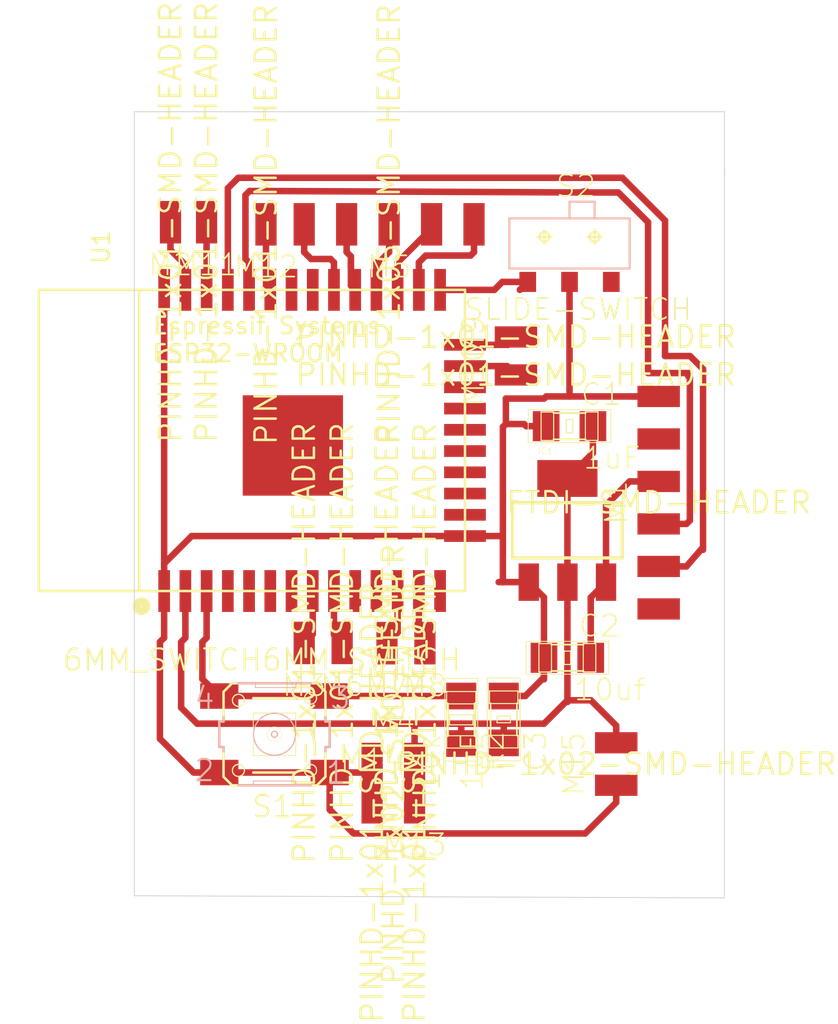
<source format=kicad_pcb>
(kicad_pcb (version 20171130) (host pcbnew "(5.1.5-0-10_14)")

  (general
    (thickness 1.6)
    (drawings 31)
    (tracks 175)
    (zones 0)
    (modules 23)
    (nets 44)
  )

  (page A4)
  (layers
    (0 F.Cu signal)
    (31 B.Cu signal)
    (32 B.Adhes user)
    (33 F.Adhes user)
    (34 B.Paste user)
    (35 F.Paste user)
    (36 B.SilkS user)
    (37 F.SilkS user)
    (38 B.Mask user)
    (39 F.Mask user)
    (40 Dwgs.User user)
    (41 Cmts.User user)
    (42 Eco1.User user)
    (43 Eco2.User user)
    (44 Edge.Cuts user)
    (45 Margin user)
    (46 B.CrtYd user)
    (47 F.CrtYd user)
    (48 B.Fab user)
    (49 F.Fab user)
  )

  (setup
    (last_trace_width 0.39)
    (trace_clearance 0.4)
    (zone_clearance 0.508)
    (zone_45_only no)
    (trace_min 0.2)
    (via_size 0.8)
    (via_drill 0.4)
    (via_min_size 0.4)
    (via_min_drill 0.3)
    (uvia_size 0.3)
    (uvia_drill 0.1)
    (uvias_allowed no)
    (uvia_min_size 0.2)
    (uvia_min_drill 0.1)
    (edge_width 0.05)
    (segment_width 0.2)
    (pcb_text_width 0.3)
    (pcb_text_size 1.5 1.5)
    (mod_edge_width 0.12)
    (mod_text_size 1 1)
    (mod_text_width 0.15)
    (pad_size 1.2192 2.2352)
    (pad_drill 0)
    (pad_to_mask_clearance 0.051)
    (solder_mask_min_width 0.25)
    (aux_axis_origin 0 0)
    (visible_elements FFFFFF7F)
    (pcbplotparams
      (layerselection 0x010fc_ffffffff)
      (usegerberextensions false)
      (usegerberattributes false)
      (usegerberadvancedattributes false)
      (creategerberjobfile false)
      (excludeedgelayer true)
      (linewidth 0.100000)
      (plotframeref false)
      (viasonmask false)
      (mode 1)
      (useauxorigin false)
      (hpglpennumber 1)
      (hpglpenspeed 20)
      (hpglpendiameter 15.000000)
      (psnegative false)
      (psa4output false)
      (plotreference true)
      (plotvalue true)
      (plotinvisibletext false)
      (padsonsilk false)
      (subtractmaskfromsilk false)
      (outputformat 1)
      (mirror false)
      (drillshape 1)
      (scaleselection 1)
      (outputdirectory ""))
  )

  (net 0 "")
  (net 1 GND)
  (net 2 "Net-(C1-Pad2)")
  (net 3 "Net-(M1-Pad2)")
  (net 4 Tx)
  (net 5 Rx)
  (net 6 "Net-(M1-Pad6)")
  (net 7 BUSY)
  (net 8 RST)
  (net 9 MOSI)
  (net 10 SS)
  (net 11 CLK)
  (net 12 MISO)
  (net 13 "Net-(R2-Pad1)")
  (net 14 "Net-(S2-Pad1)")
  (net 15 "Net-(S2-Pad3)")
  (net 16 "Net-(U1-Pad39)")
  (net 17 "Net-(U1-Pad4)")
  (net 18 "Net-(U1-Pad5)")
  (net 19 "Net-(U1-Pad6)")
  (net 20 "Net-(U1-Pad7)")
  (net 21 "Net-(U1-Pad10)")
  (net 22 "Net-(U1-Pad11)")
  (net 23 "Net-(U1-Pad17)")
  (net 24 "Net-(U1-Pad18)")
  (net 25 "Net-(U1-Pad19)")
  (net 26 "Net-(U1-Pad20)")
  (net 27 "Net-(U1-Pad21)")
  (net 28 "Net-(U1-Pad22)")
  (net 29 "Net-(U1-Pad31)")
  (net 30 "Net-(U1-Pad32)")
  (net 31 "Net-(U1-Pad14)")
  (net 32 "Net-(U1-Pad16)")
  (net 33 "Net-(M3-Pad1)")
  (net 34 "Net-(M6-Pad1)")
  (net 35 "Net-(M7-Pad1)")
  (net 36 "Net-(M8-Pad1)")
  (net 37 "Net-(M9-Pad1)")
  (net 38 "Net-(M10-Pad1)")
  (net 39 "Net-(M11-Pad1)")
  (net 40 "Net-(M12-Pad1)")
  (net 41 "Net-(M13-Pad1)")
  (net 42 "Net-(M14-Pad1)")
  (net 43 VCC)

  (net_class Default "This is the default net class."
    (clearance 0.4)
    (trace_width 0.39)
    (via_dia 0.8)
    (via_drill 0.4)
    (uvia_dia 0.3)
    (uvia_drill 0.1)
    (add_net BUSY)
    (add_net CLK)
    (add_net GND)
    (add_net MISO)
    (add_net MOSI)
    (add_net "Net-(C1-Pad2)")
    (add_net "Net-(M1-Pad2)")
    (add_net "Net-(M1-Pad6)")
    (add_net "Net-(M10-Pad1)")
    (add_net "Net-(M11-Pad1)")
    (add_net "Net-(M12-Pad1)")
    (add_net "Net-(M13-Pad1)")
    (add_net "Net-(M14-Pad1)")
    (add_net "Net-(M3-Pad1)")
    (add_net "Net-(M6-Pad1)")
    (add_net "Net-(M7-Pad1)")
    (add_net "Net-(M8-Pad1)")
    (add_net "Net-(M9-Pad1)")
    (add_net "Net-(R2-Pad1)")
    (add_net "Net-(S2-Pad1)")
    (add_net "Net-(S2-Pad3)")
    (add_net "Net-(U1-Pad10)")
    (add_net "Net-(U1-Pad11)")
    (add_net "Net-(U1-Pad14)")
    (add_net "Net-(U1-Pad16)")
    (add_net "Net-(U1-Pad17)")
    (add_net "Net-(U1-Pad18)")
    (add_net "Net-(U1-Pad19)")
    (add_net "Net-(U1-Pad20)")
    (add_net "Net-(U1-Pad21)")
    (add_net "Net-(U1-Pad22)")
    (add_net "Net-(U1-Pad31)")
    (add_net "Net-(U1-Pad32)")
    (add_net "Net-(U1-Pad39)")
    (add_net "Net-(U1-Pad4)")
    (add_net "Net-(U1-Pad5)")
    (add_net "Net-(U1-Pad6)")
    (add_net "Net-(U1-Pad7)")
    (add_net RST)
    (add_net Rx)
    (add_net SS)
    (add_net Tx)
    (add_net VCC)
  )

  (module fab:fab-1X02SMD (layer F.Cu) (tedit 5E6F6664) (tstamp 5EF9C54C)
    (at 171.958 21.971)
    (path /5EFAA82A)
    (attr smd)
    (fp_text reference M15 (at -2.54 0 90) (layer F.SilkS)
      (effects (font (size 1.27 1.27) (thickness 0.1016)))
    )
    (fp_text value PINHD-1x02-SMD-HEADER (at 0 0) (layer F.SilkS)
      (effects (font (size 1.27 1.27) (thickness 0.15)))
    )
    (pad 2 smd rect (at 0 1.27) (size 2.54 1.27) (layers F.Cu F.Paste F.Mask)
      (net 1 GND))
    (pad 1 smd rect (at 0 -1.27) (size 2.54 1.27) (layers F.Cu F.Paste F.Mask)
      (net 2 "Net-(C1-Pad2)"))
  )

  (module fab:fab-1X01SMD (layer F.Cu) (tedit 5E6F664C) (tstamp 5EECCED3)
    (at 157.353 24.257 270)
    (path /5EEF84E5)
    (attr smd)
    (fp_text reference M14 (at -2.54 0) (layer F.SilkS)
      (effects (font (size 1.27 1.27) (thickness 0.1016)))
    )
    (fp_text value PINHD-1x01-SMD-HEADER (at 0 0 90) (layer F.SilkS)
      (effects (font (size 1.27 1.27) (thickness 0.15)))
    )
    (pad 1 smd rect (at 0 0 270) (size 2.54 1.27) (layers F.Cu F.Paste F.Mask)
      (net 42 "Net-(M14-Pad1)"))
  )

  (module fab:fab-1X01SMD (layer F.Cu) (tedit 5E6F664C) (tstamp 5EECCECE)
    (at 159.893 24.257 90)
    (path /5EEF6FC7)
    (attr smd)
    (fp_text reference M13 (at -2.54 0) (layer F.SilkS)
      (effects (font (size 1.27 1.27) (thickness 0.1016)))
    )
    (fp_text value PINHD-1x01-SMD-HEADER (at 0 0 90) (layer F.SilkS)
      (effects (font (size 1.27 1.27) (thickness 0.15)))
    )
    (pad 1 smd rect (at 0 0 90) (size 2.54 1.27) (layers F.Cu F.Paste F.Mask)
      (net 41 "Net-(M13-Pad1)"))
  )

  (module fab:fab-1X01SMD (layer F.Cu) (tedit 5E6F664C) (tstamp 5EECC98D)
    (at 151.003 -10.287 90)
    (path /5EEEF429)
    (attr smd)
    (fp_text reference M12 (at -2.54 0) (layer F.SilkS)
      (effects (font (size 1.27 1.27) (thickness 0.1016)))
    )
    (fp_text value PINHD-1x01-SMD-HEADER (at 0 0 90) (layer F.SilkS)
      (effects (font (size 1.27 1.27) (thickness 0.15)))
    )
    (pad 1 smd rect (at 0 0 90) (size 2.54 1.27) (layers F.Cu F.Paste F.Mask)
      (net 40 "Net-(M12-Pad1)"))
  )

  (module fab:fab-1X01SMD (layer F.Cu) (tedit 5E6F664C) (tstamp 5EECC988)
    (at 147.447 -10.414 90)
    (path /5EEEDA08)
    (attr smd)
    (fp_text reference M11 (at -2.54 0) (layer F.SilkS)
      (effects (font (size 1.27 1.27) (thickness 0.1016)))
    )
    (fp_text value PINHD-1x01-SMD-HEADER (at 0 0 90) (layer F.SilkS)
      (effects (font (size 1.27 1.27) (thickness 0.15)))
    )
    (pad 1 smd rect (at 0 0 90) (size 2.54 1.27) (layers F.Cu F.Paste F.Mask)
      (net 39 "Net-(M11-Pad1)"))
  )

  (module fab:fab-AYZ0102AGRLC (layer F.Cu) (tedit 200000) (tstamp 5EBA8501)
    (at 169.164 -9.144)
    (path /5EBCC7EB)
    (attr smd)
    (fp_text reference S2 (at 0.381 -3.429) (layer F.SilkS)
      (effects (font (size 1.27 1.27) (thickness 0.1016)))
    )
    (fp_text value SLIDE-SWITCH (at 0.508 3.937) (layer F.SilkS)
      (effects (font (size 1.27 1.27) (thickness 0.1016)))
    )
    (fp_line (start -3.59918 1.4986) (end 3.59918 1.4986) (layer B.SilkS) (width 0.127))
    (fp_line (start 3.59918 1.4986) (end 3.59918 -1.4986) (layer B.SilkS) (width 0.127))
    (fp_line (start 3.59918 -1.4986) (end 1.4986 -1.4986) (layer B.SilkS) (width 0.127))
    (fp_line (start 1.4986 -1.4986) (end -1.4986 -1.4986) (layer B.SilkS) (width 0.127))
    (fp_line (start -1.4986 -1.4986) (end -3.59918 -1.4986) (layer B.SilkS) (width 0.127))
    (fp_line (start -3.59918 -1.4986) (end -3.59918 1.4986) (layer B.SilkS) (width 0.127))
    (fp_line (start 0 -1.59766) (end 0 -2.49936) (layer B.SilkS) (width 0.127))
    (fp_line (start 0 -2.49936) (end 1.4986 -2.49936) (layer B.SilkS) (width 0.127))
    (fp_line (start 1.4986 -2.49936) (end 1.4986 -1.4986) (layer B.SilkS) (width 0.127))
    (fp_circle (center -1.4986 -0.39878) (end -1.70942 -0.6096) (layer F.SilkS) (width 0.127))
    (fp_line (start -1.92278 -0.39878) (end -1.07442 -0.39878) (layer F.SilkS) (width 0.127))
    (fp_line (start -1.4986 0.02286) (end -1.4986 -0.82296) (layer F.SilkS) (width 0.127))
    (fp_circle (center 1.4986 -0.39878) (end 1.70942 -0.6096) (layer F.SilkS) (width 0.127))
    (fp_line (start 1.07442 -0.39878) (end 1.92278 -0.39878) (layer F.SilkS) (width 0.127))
    (fp_line (start 1.4986 0.02286) (end 1.4986 -0.82296) (layer F.SilkS) (width 0.127))
    (pad 1 smd rect (at 2.49936 2.2987) (size 0.99822 1.19888) (layers F.Cu F.Paste F.Mask)
      (net 14 "Net-(S2-Pad1)"))
    (pad 2 smd rect (at 0 2.2987) (size 0.99822 1.19888) (layers F.Cu F.Paste F.Mask)
      (net 1 GND))
    (pad 3 smd rect (at -2.49936 2.2987) (size 0.99822 1.19888) (layers F.Cu F.Paste F.Mask)
      (net 15 "Net-(S2-Pad3)"))
  )

  (module fab:fab-1X01SMD (layer F.Cu) (tedit 5E6F664C) (tstamp 5EECBA38)
    (at 165.957 -1.286)
    (path /5EED2707)
    (attr smd)
    (fp_text reference M10 (at -2.54 0 90) (layer F.SilkS)
      (effects (font (size 1.27 1.27) (thickness 0.1016)))
    )
    (fp_text value PINHD-1x01-SMD-HEADER (at 0 0) (layer F.SilkS)
      (effects (font (size 1.27 1.27) (thickness 0.15)))
    )
    (pad 1 smd rect (at 0 0) (size 2.54 1.27) (layers F.Cu F.Paste F.Mask)
      (net 38 "Net-(M10-Pad1)"))
  )

  (module fab:fab-1X01SMD (layer F.Cu) (tedit 5E6F664C) (tstamp 5EECBA33)
    (at 165.957 -3.556)
    (path /5EED1BAF)
    (attr smd)
    (fp_text reference M9 (at -2.54 0 90) (layer F.SilkS)
      (effects (font (size 1.27 1.27) (thickness 0.1016)))
    )
    (fp_text value PINHD-1x01-SMD-HEADER (at 0 0) (layer F.SilkS)
      (effects (font (size 1.27 1.27) (thickness 0.15)))
    )
    (pad 1 smd rect (at 0 0) (size 2.54 1.27) (layers F.Cu F.Paste F.Mask)
      (net 37 "Net-(M9-Pad1)"))
  )

  (module fab:fab-1X01SMD (layer F.Cu) (tedit 5E6F664C) (tstamp 5EECBA2E)
    (at 160.512 14.748 90)
    (path /5EED02AE)
    (attr smd)
    (fp_text reference M8 (at -2.54 0) (layer F.SilkS)
      (effects (font (size 1.27 1.27) (thickness 0.1016)))
    )
    (fp_text value PINHD-1x01-SMD-HEADER (at 0 0 90) (layer F.SilkS)
      (effects (font (size 1.27 1.27) (thickness 0.15)))
    )
    (pad 1 smd rect (at 0 0 90) (size 2.54 1.27) (layers F.Cu F.Paste F.Mask)
      (net 36 "Net-(M8-Pad1)"))
  )

  (module fab:fab-1X01SMD (layer F.Cu) (tedit 5E6F664C) (tstamp 5EECBA29)
    (at 158.242 14.748 90)
    (path /5EECF749)
    (attr smd)
    (fp_text reference M7 (at -2.54 0) (layer F.SilkS)
      (effects (font (size 1.27 1.27) (thickness 0.1016)))
    )
    (fp_text value PINHD-1x01-SMD-HEADER (at 0 0 90) (layer F.SilkS)
      (effects (font (size 1.27 1.27) (thickness 0.15)))
    )
    (pad 1 smd rect (at 0 0 90) (size 2.54 1.27) (layers F.Cu F.Paste F.Mask)
      (net 35 "Net-(M7-Pad1)"))
  )

  (module fab:fab-1X01SMD (layer F.Cu) (tedit 5E6F664C) (tstamp 5EECBA24)
    (at 155.559 14.732 90)
    (path /5EECE853)
    (attr smd)
    (fp_text reference M6 (at -2.54 0) (layer F.SilkS)
      (effects (font (size 1.27 1.27) (thickness 0.1016)))
    )
    (fp_text value PINHD-1x01-SMD-HEADER (at 0 0 90) (layer F.SilkS)
      (effects (font (size 1.27 1.27) (thickness 0.15)))
    )
    (pad 1 smd rect (at 0 0 90) (size 2.54 1.27) (layers F.Cu F.Paste F.Mask)
      (net 34 "Net-(M6-Pad1)"))
  )

  (module fab:fab-1X01SMD (layer F.Cu) (tedit 5E6F664C) (tstamp 5EECBA05)
    (at 153.289 14.732 90)
    (path /5EECBAAF)
    (attr smd)
    (fp_text reference M3 (at -2.54 0) (layer F.SilkS)
      (effects (font (size 1.27 1.27) (thickness 0.1016)))
    )
    (fp_text value PINHD-1x01-SMD-HEADER (at 0 0 90) (layer F.SilkS)
      (effects (font (size 1.27 1.27) (thickness 0.15)))
    )
    (pad 1 smd rect (at 0 0 90) (size 2.54 1.27) (layers F.Cu F.Paste F.Mask)
      (net 33 "Net-(M3-Pad1)"))
  )

  (module fab:fab-C1206 (layer F.Cu) (tedit 200000) (tstamp 5EBA83F7)
    (at 169.03446 15.621)
    (descr CAPACITOR)
    (tags CAPACITOR)
    (path /5EBA4935)
    (attr smd)
    (fp_text reference C2 (at 1.905 -1.905) (layer F.SilkS)
      (effects (font (size 1.27 1.27) (thickness 0.1016)))
    )
    (fp_text value 10uf (at 2.54 1.905) (layer F.SilkS)
      (effects (font (size 1.27 1.27) (thickness 0.1016)))
    )
    (fp_line (start -1.7018 0.8509) (end -0.94996 0.8509) (layer F.SilkS) (width 0.06604))
    (fp_line (start -0.94996 0.8509) (end -0.94996 -0.84836) (layer F.SilkS) (width 0.06604))
    (fp_line (start -1.7018 -0.84836) (end -0.94996 -0.84836) (layer F.SilkS) (width 0.06604))
    (fp_line (start -1.7018 0.8509) (end -1.7018 -0.84836) (layer F.SilkS) (width 0.06604))
    (fp_line (start 0.94996 0.84836) (end 1.7018 0.84836) (layer F.SilkS) (width 0.06604))
    (fp_line (start 1.7018 0.84836) (end 1.7018 -0.8509) (layer F.SilkS) (width 0.06604))
    (fp_line (start 0.94996 -0.8509) (end 1.7018 -0.8509) (layer F.SilkS) (width 0.06604))
    (fp_line (start 0.94996 0.84836) (end 0.94996 -0.8509) (layer F.SilkS) (width 0.06604))
    (fp_line (start -0.19812 0.39878) (end 0.19812 0.39878) (layer F.SilkS) (width 0.06604))
    (fp_line (start 0.19812 0.39878) (end 0.19812 -0.39878) (layer F.SilkS) (width 0.06604))
    (fp_line (start -0.19812 -0.39878) (end 0.19812 -0.39878) (layer F.SilkS) (width 0.06604))
    (fp_line (start -0.19812 0.39878) (end -0.19812 -0.39878) (layer F.SilkS) (width 0.06604))
    (fp_line (start -2.47142 -0.98298) (end 2.47142 -0.98298) (layer F.SilkS) (width 0.0508))
    (fp_line (start 2.47142 0.98298) (end -2.47142 0.98298) (layer F.SilkS) (width 0.0508))
    (fp_line (start -2.47142 0.98298) (end -2.47142 -0.98298) (layer F.SilkS) (width 0.0508))
    (fp_line (start 2.47142 -0.98298) (end 2.47142 0.98298) (layer F.SilkS) (width 0.0508))
    (fp_line (start -0.96266 -0.78486) (end 0.96266 -0.78486) (layer F.SilkS) (width 0.1016))
    (fp_line (start -0.96266 0.78486) (end 0.96266 0.78486) (layer F.SilkS) (width 0.1016))
    (pad 1 smd rect (at -1.39954 0) (size 1.59766 1.79832) (layers F.Cu F.Paste F.Mask)
      (net 1 GND))
    (pad 2 smd rect (at 1.39954 0) (size 1.59766 1.79832) (layers F.Cu F.Paste F.Mask)
      (net 43 VCC))
  )

  (module fab:fab-6MM_SWITCH (layer F.Cu) (tedit 200000) (tstamp 5EBA84EB)
    (at 151.511 20.193 180)
    (descr "OMRON SWITCH")
    (tags "OMRON SWITCH")
    (path /5EC1865A)
    (attr smd)
    (fp_text reference S1 (at 0.127 -4.318) (layer F.SilkS)
      (effects (font (size 1.27 1.27) (thickness 0.127)))
    )
    (fp_text value 6MM_SWITCH6MM_SWITCH (at 0.762 4.445) (layer F.SilkS)
      (effects (font (size 1.27 1.27) (thickness 0.127)))
    )
    (fp_line (start 3.302 0.762) (end 3.048 0.762) (layer B.SilkS) (width 0.1524))
    (fp_line (start 3.302 0.762) (end 3.302 -0.762) (layer B.SilkS) (width 0.1524))
    (fp_line (start 3.048 -0.762) (end 3.302 -0.762) (layer B.SilkS) (width 0.1524))
    (fp_line (start 3.048 -1.016) (end 3.048 -2.54) (layer F.SilkS) (width 0.1524))
    (fp_line (start -3.302 -0.762) (end -3.048 -0.762) (layer B.SilkS) (width 0.1524))
    (fp_line (start -3.302 -0.762) (end -3.302 0.762) (layer B.SilkS) (width 0.1524))
    (fp_line (start -3.048 0.762) (end -3.302 0.762) (layer B.SilkS) (width 0.1524))
    (fp_line (start 3.048 -2.54) (end 2.54 -3.048) (layer F.SilkS) (width 0.1524))
    (fp_line (start 2.54 3.048) (end 3.048 2.54) (layer F.SilkS) (width 0.1524))
    (fp_line (start 3.048 2.54) (end 3.048 1.016) (layer F.SilkS) (width 0.1524))
    (fp_line (start -2.54 -3.048) (end -3.048 -2.54) (layer F.SilkS) (width 0.1524))
    (fp_line (start -3.048 -2.54) (end -3.048 -1.016) (layer F.SilkS) (width 0.1524))
    (fp_line (start -2.54 3.048) (end -3.048 2.54) (layer F.SilkS) (width 0.1524))
    (fp_line (start -3.048 2.54) (end -3.048 1.016) (layer F.SilkS) (width 0.1524))
    (fp_line (start -1.27 -1.27) (end -1.27 1.27) (layer F.SilkS) (width 0.0508))
    (fp_line (start 1.27 1.27) (end -1.27 1.27) (layer F.SilkS) (width 0.0508))
    (fp_line (start 1.27 1.27) (end 1.27 -1.27) (layer F.SilkS) (width 0.0508))
    (fp_line (start -1.27 -1.27) (end 1.27 -1.27) (layer F.SilkS) (width 0.0508))
    (fp_line (start -1.27 -3.048) (end -1.27 -2.794) (layer B.SilkS) (width 0.0508))
    (fp_line (start 1.27 -2.794) (end -1.27 -2.794) (layer B.SilkS) (width 0.0508))
    (fp_line (start 1.27 -2.794) (end 1.27 -3.048) (layer B.SilkS) (width 0.0508))
    (fp_line (start 1.143 2.794) (end -1.27 2.794) (layer B.SilkS) (width 0.0508))
    (fp_line (start 1.143 2.794) (end 1.143 3.048) (layer B.SilkS) (width 0.0508))
    (fp_line (start -1.27 2.794) (end -1.27 3.048) (layer B.SilkS) (width 0.0508))
    (fp_line (start 2.54 3.048) (end 2.159 3.048) (layer F.SilkS) (width 0.1524))
    (fp_line (start -2.54 3.048) (end -2.159 3.048) (layer F.SilkS) (width 0.1524))
    (fp_line (start -2.159 3.048) (end -1.27 3.048) (layer B.SilkS) (width 0.1524))
    (fp_line (start -2.54 -3.048) (end -2.159 -3.048) (layer F.SilkS) (width 0.1524))
    (fp_line (start 2.54 -3.048) (end 2.159 -3.048) (layer F.SilkS) (width 0.1524))
    (fp_line (start 2.159 -3.048) (end 1.27 -3.048) (layer B.SilkS) (width 0.1524))
    (fp_line (start 1.27 -3.048) (end -1.27 -3.048) (layer B.SilkS) (width 0.1524))
    (fp_line (start -1.27 -3.048) (end -2.159 -3.048) (layer B.SilkS) (width 0.1524))
    (fp_line (start -1.27 3.048) (end 1.143 3.048) (layer B.SilkS) (width 0.1524))
    (fp_line (start 1.143 3.048) (end 2.159 3.048) (layer B.SilkS) (width 0.1524))
    (fp_line (start 3.048 0.762) (end 3.048 1.016) (layer B.SilkS) (width 0.1524))
    (fp_line (start 3.048 -0.762) (end 3.048 -1.016) (layer B.SilkS) (width 0.1524))
    (fp_line (start -3.048 0.762) (end -3.048 1.016) (layer B.SilkS) (width 0.1524))
    (fp_line (start -3.048 -0.762) (end -3.048 -1.016) (layer B.SilkS) (width 0.1524))
    (fp_line (start -1.27 2.159) (end 1.27 2.159) (layer F.SilkS) (width 0.1524))
    (fp_line (start 1.27 -2.286) (end -1.27 -2.286) (layer F.SilkS) (width 0.1524))
    (fp_line (start -2.413 -1.27) (end -2.413 -0.508) (layer F.SilkS) (width 0.1524))
    (fp_line (start -2.413 0.508) (end -2.413 1.27) (layer F.SilkS) (width 0.1524))
    (fp_line (start -2.413 -0.508) (end -2.159 0.381) (layer F.SilkS) (width 0.1524))
    (fp_circle (center 0 0) (end -0.889 0.889) (layer B.SilkS) (width 0.0762))
    (fp_circle (center -2.159 2.159) (end -2.413 2.413) (layer F.SilkS) (width 0.0762))
    (fp_circle (center 2.159 2.032) (end 2.413 2.286) (layer F.SilkS) (width 0.0762))
    (fp_circle (center 2.159 -2.159) (end 2.413 -2.413) (layer F.SilkS) (width 0.0762))
    (fp_circle (center -2.159 -2.159) (end -2.413 -2.413) (layer F.SilkS) (width 0.0762))
    (fp_circle (center 0 0) (end -0.3175 0.3175) (layer F.SilkS) (width 0.0254))
    (fp_circle (center 0 0) (end -0.127 0.127) (layer B.SilkS) (width 0.0762))
    (fp_text user 1 (at -3.683 -2.286) (layer B.SilkS)
      (effects (font (size 1.27 1.27) (thickness 0.127)))
    )
    (fp_text user 2 (at 4.191 -2.159) (layer B.SilkS)
      (effects (font (size 1.27 1.27) (thickness 0.127)))
    )
    (fp_text user 3 (at -3.937 2.159) (layer B.SilkS)
      (effects (font (size 1.27 1.27) (thickness 0.127)))
    )
    (fp_text user 4 (at 4.191 2.159) (layer B.SilkS)
      (effects (font (size 1.27 1.27) (thickness 0.127)))
    )
    (pad 1 smd rect (at -3.302 -2.286 180) (size 2.286 1.524) (layers F.Cu F.Paste F.Mask)
      (net 1 GND))
    (pad 2 smd rect (at 3.302 -2.286 180) (size 2.286 1.524) (layers F.Cu F.Paste F.Mask)
      (net 1 GND))
    (pad 3 smd rect (at -3.302 2.286 180) (size 2.286 1.524) (layers F.Cu F.Paste F.Mask)
      (net 13 "Net-(R2-Pad1)"))
    (pad 4 smd rect (at 3.302 2.286 180) (size 2.286 1.524) (layers F.Cu F.Paste F.Mask)
      (net 13 "Net-(R2-Pad1)"))
  )

  (module fab:fab-SOT223 (layer F.Cu) (tedit 5EBA9C98) (tstamp 5EBA8479)
    (at 169.037 8.001)
    (descr <b>SOT-223</b>)
    (path /5EBBC2BD)
    (fp_text reference IC1 (at -0.8255 -4.5085 180) (layer F.SilkS)
      (effects (font (size 0.38608 0.38608) (thickness 0.030886)) (justify right bottom))
    )
    (fp_text value "REG 3.3V" (at -2.54 -1.27 180) (layer F.Fab)
      (effects (font (size 0.38608 0.38608) (thickness 0.030886)) (justify right bottom))
    )
    (fp_poly (pts (xy 1.8796 3.6576) (xy 2.7432 3.6576) (xy 2.7432 1.8034) (xy 1.8796 1.8034)) (layer F.Fab) (width 0))
    (fp_poly (pts (xy -2.7432 3.6576) (xy -1.8796 3.6576) (xy -1.8796 1.8034) (xy -2.7432 1.8034)) (layer F.Fab) (width 0))
    (fp_poly (pts (xy -0.4318 3.6576) (xy 0.4318 3.6576) (xy 0.4318 1.8034) (xy -0.4318 1.8034)) (layer F.Fab) (width 0))
    (fp_poly (pts (xy -1.6002 -1.8034) (xy 1.6002 -1.8034) (xy 1.6002 -3.6576) (xy -1.6002 -3.6576)) (layer F.Fab) (width 0))
    (fp_poly (pts (xy 1.8796 3.6576) (xy 2.7432 3.6576) (xy 2.7432 1.8034) (xy 1.8796 1.8034)) (layer F.Fab) (width 0))
    (fp_poly (pts (xy -2.7432 3.6576) (xy -1.8796 3.6576) (xy -1.8796 1.8034) (xy -2.7432 1.8034)) (layer F.Fab) (width 0))
    (fp_poly (pts (xy -0.4318 3.6576) (xy 0.4318 3.6576) (xy 0.4318 1.8034) (xy -0.4318 1.8034)) (layer F.Fab) (width 0))
    (fp_poly (pts (xy -1.6002 -1.8034) (xy 1.6002 -1.8034) (xy 1.6002 -3.6576) (xy -1.6002 -3.6576)) (layer F.Fab) (width 0))
    (fp_line (start -3.2766 -1.651) (end 3.2766 -1.651) (layer F.SilkS) (width 0.2032))
    (fp_line (start -3.2766 1.651) (end -3.2766 -1.651) (layer F.SilkS) (width 0.2032))
    (fp_line (start 3.2766 1.651) (end -3.2766 1.651) (layer F.SilkS) (width 0.2032))
    (fp_line (start 3.2766 -1.651) (end 3.2766 1.651) (layer F.SilkS) (width 0.2032))
    (pad 2 smd rect (at 0 -3.099) (size 3.6 2.2) (layers F.Cu F.Paste F.Mask)
      (net 2 "Net-(C1-Pad2)") (solder_mask_margin 0.1016))
    (pad 3 smd rect (at 2.3114 3.0988) (size 1.2192 2.2352) (layers F.Cu F.Paste F.Mask)
      (net 43 VCC) (solder_mask_margin 0.1016))
    (pad 2 smd rect (at 0 3.0988) (size 1.2192 2.2352) (layers F.Cu F.Paste F.Mask)
      (net 2 "Net-(C1-Pad2)") (solder_mask_margin 0.1016))
    (pad 1 smd rect (at -2.3114 3.0988) (size 1.2192 2.2352) (layers F.Cu F.Paste F.Mask)
      (net 1 GND) (solder_mask_margin 0.1016))
  )

  (module fab:fab-1X05SMD (layer F.Cu) (tedit 5E6F66F5) (tstamp 5EBAC024)
    (at 158.369 -10.287 90)
    (path /5EC5C02C)
    (attr smd)
    (fp_text reference M5 (at -2.54 0) (layer F.SilkS)
      (effects (font (size 1.27 1.27) (thickness 0.1016)))
    )
    (fp_text value PINHD-1x05-SMD-HEADER (at 0 0 90) (layer F.SilkS)
      (effects (font (size 1.27 1.27) (thickness 0.15)))
    )
    (pad 5 smd rect (at 0 5.08 90) (size 2.54 1.27) (layers F.Cu F.Paste F.Mask)
      (net 7 BUSY))
    (pad 4 smd rect (at 0 2.54 90) (size 2.54 1.27) (layers F.Cu F.Paste F.Mask)
      (net 8 RST))
    (pad 3 smd rect (at 0 0 90) (size 2.54 1.27) (layers F.Cu F.Paste F.Mask)
      (net 12 MISO))
    (pad 2 smd rect (at 0 -2.54 90) (size 2.54 1.27) (layers F.Cu F.Paste F.Mask)
      (net 10 SS))
    (pad 1 smd rect (at 0 -5.08 90) (size 2.54 1.27) (layers F.Cu F.Paste F.Mask)
      (net 11 CLK))
  )

  (module fab:fab-1X02SMD (layer F.Cu) (tedit 5E6F6664) (tstamp 5EBAC01B)
    (at 158.623 21.971 270)
    (path /5EC616AA)
    (attr smd)
    (fp_text reference M4 (at -2.54 0) (layer F.SilkS)
      (effects (font (size 1.27 1.27) (thickness 0.1016)))
    )
    (fp_text value PINHD-1x02-SMD-HEADER (at 0 0 90) (layer F.SilkS)
      (effects (font (size 1.27 1.27) (thickness 0.15)))
    )
    (pad 2 smd rect (at 0 1.27 270) (size 2.54 1.27) (layers F.Cu F.Paste F.Mask)
      (net 1 GND))
    (pad 1 smd rect (at 0 -1.27 270) (size 2.54 1.27) (layers F.Cu F.Paste F.Mask)
      (net 2 "Net-(C1-Pad2)"))
  )

  (module fab:fab-1X01SMD (layer F.Cu) (tedit 5E6F664C) (tstamp 5EBAC00B)
    (at 145.288 -10.414 90)
    (path /5EC5F6FB)
    (attr smd)
    (fp_text reference M2 (at -2.54 0) (layer F.SilkS)
      (effects (font (size 1.27 1.27) (thickness 0.1016)))
    )
    (fp_text value PINHD-1x01-SMD-HEADER (at 0 0 90) (layer F.SilkS)
      (effects (font (size 1.27 1.27) (thickness 0.15)))
    )
    (pad 1 smd rect (at 0 0 90) (size 2.54 1.27) (layers F.Cu F.Paste F.Mask)
      (net 9 MOSI))
  )

  (module fab:fab-C1206 (layer F.Cu) (tedit 200000) (tstamp 5EBA83DF)
    (at 169.164 1.778)
    (descr CAPACITOR)
    (tags CAPACITOR)
    (path /5EBA3A65)
    (attr smd)
    (fp_text reference C1 (at 1.905 -1.905) (layer F.SilkS)
      (effects (font (size 1.27 1.27) (thickness 0.1016)))
    )
    (fp_text value 1uF (at 2.54 1.905) (layer F.SilkS)
      (effects (font (size 1.27 1.27) (thickness 0.1016)))
    )
    (fp_line (start -1.7018 0.8509) (end -0.94996 0.8509) (layer F.SilkS) (width 0.06604))
    (fp_line (start -0.94996 0.8509) (end -0.94996 -0.84836) (layer F.SilkS) (width 0.06604))
    (fp_line (start -1.7018 -0.84836) (end -0.94996 -0.84836) (layer F.SilkS) (width 0.06604))
    (fp_line (start -1.7018 0.8509) (end -1.7018 -0.84836) (layer F.SilkS) (width 0.06604))
    (fp_line (start 0.94996 0.84836) (end 1.7018 0.84836) (layer F.SilkS) (width 0.06604))
    (fp_line (start 1.7018 0.84836) (end 1.7018 -0.8509) (layer F.SilkS) (width 0.06604))
    (fp_line (start 0.94996 -0.8509) (end 1.7018 -0.8509) (layer F.SilkS) (width 0.06604))
    (fp_line (start 0.94996 0.84836) (end 0.94996 -0.8509) (layer F.SilkS) (width 0.06604))
    (fp_line (start -0.19812 0.39878) (end 0.19812 0.39878) (layer F.SilkS) (width 0.06604))
    (fp_line (start 0.19812 0.39878) (end 0.19812 -0.39878) (layer F.SilkS) (width 0.06604))
    (fp_line (start -0.19812 -0.39878) (end 0.19812 -0.39878) (layer F.SilkS) (width 0.06604))
    (fp_line (start -0.19812 0.39878) (end -0.19812 -0.39878) (layer F.SilkS) (width 0.06604))
    (fp_line (start -2.47142 -0.98298) (end 2.47142 -0.98298) (layer F.SilkS) (width 0.0508))
    (fp_line (start 2.47142 0.98298) (end -2.47142 0.98298) (layer F.SilkS) (width 0.0508))
    (fp_line (start -2.47142 0.98298) (end -2.47142 -0.98298) (layer F.SilkS) (width 0.0508))
    (fp_line (start 2.47142 -0.98298) (end 2.47142 0.98298) (layer F.SilkS) (width 0.0508))
    (fp_line (start -0.96266 -0.78486) (end 0.96266 -0.78486) (layer F.SilkS) (width 0.1016))
    (fp_line (start -0.96266 0.78486) (end 0.96266 0.78486) (layer F.SilkS) (width 0.1016))
    (pad 1 smd rect (at -1.39954 0) (size 1.59766 1.79832) (layers F.Cu F.Paste F.Mask)
      (net 1 GND))
    (pad 2 smd rect (at 1.39954 0) (size 1.59766 1.79832) (layers F.Cu F.Paste F.Mask)
      (net 2 "Net-(C1-Pad2)"))
  )

  (module fab:fab-C1206 (layer F.Cu) (tedit 200000) (tstamp 5EBA840F)
    (at 165.227 19.30654 270)
    (descr CAPACITOR)
    (tags CAPACITOR)
    (path /5EBCEDFC)
    (attr smd)
    (fp_text reference C3 (at 1.905 -1.905 90) (layer F.SilkS)
      (effects (font (size 1.27 1.27) (thickness 0.1016)))
    )
    (fp_text value 1uF (at 2.54 1.905 90) (layer F.SilkS)
      (effects (font (size 1.27 1.27) (thickness 0.1016)))
    )
    (fp_line (start -0.96266 0.78486) (end 0.96266 0.78486) (layer F.SilkS) (width 0.1016))
    (fp_line (start -0.96266 -0.78486) (end 0.96266 -0.78486) (layer F.SilkS) (width 0.1016))
    (fp_line (start 2.47142 -0.98298) (end 2.47142 0.98298) (layer F.SilkS) (width 0.0508))
    (fp_line (start -2.47142 0.98298) (end -2.47142 -0.98298) (layer F.SilkS) (width 0.0508))
    (fp_line (start 2.47142 0.98298) (end -2.47142 0.98298) (layer F.SilkS) (width 0.0508))
    (fp_line (start -2.47142 -0.98298) (end 2.47142 -0.98298) (layer F.SilkS) (width 0.0508))
    (fp_line (start -0.19812 0.39878) (end -0.19812 -0.39878) (layer F.SilkS) (width 0.06604))
    (fp_line (start -0.19812 -0.39878) (end 0.19812 -0.39878) (layer F.SilkS) (width 0.06604))
    (fp_line (start 0.19812 0.39878) (end 0.19812 -0.39878) (layer F.SilkS) (width 0.06604))
    (fp_line (start -0.19812 0.39878) (end 0.19812 0.39878) (layer F.SilkS) (width 0.06604))
    (fp_line (start 0.94996 0.84836) (end 0.94996 -0.8509) (layer F.SilkS) (width 0.06604))
    (fp_line (start 0.94996 -0.8509) (end 1.7018 -0.8509) (layer F.SilkS) (width 0.06604))
    (fp_line (start 1.7018 0.84836) (end 1.7018 -0.8509) (layer F.SilkS) (width 0.06604))
    (fp_line (start 0.94996 0.84836) (end 1.7018 0.84836) (layer F.SilkS) (width 0.06604))
    (fp_line (start -1.7018 0.8509) (end -1.7018 -0.84836) (layer F.SilkS) (width 0.06604))
    (fp_line (start -1.7018 -0.84836) (end -0.94996 -0.84836) (layer F.SilkS) (width 0.06604))
    (fp_line (start -0.94996 0.8509) (end -0.94996 -0.84836) (layer F.SilkS) (width 0.06604))
    (fp_line (start -1.7018 0.8509) (end -0.94996 0.8509) (layer F.SilkS) (width 0.06604))
    (pad 2 smd rect (at 1.39954 0 270) (size 1.59766 1.79832) (layers F.Cu F.Paste F.Mask)
      (net 2 "Net-(C1-Pad2)"))
    (pad 1 smd rect (at -1.39954 0 270) (size 1.59766 1.79832) (layers F.Cu F.Paste F.Mask)
      (net 1 GND))
  )

  (module fab:fab-1X06SMD (layer F.Cu) (tedit 200000) (tstamp 5EBA8483)
    (at 174.498 6.35)
    (path /5EB8CE2D)
    (attr smd)
    (fp_text reference M1 (at -2.54 0 90) (layer F.SilkS)
      (effects (font (size 1.27 1.27) (thickness 0.1016)))
    )
    (fp_text value FTDI-SMD-HEADER (at 0 0) (layer F.SilkS)
      (effects (font (size 1.27 1.27) (thickness 0.15)))
    )
    (pad 1 smd rect (at 0 -6.35) (size 2.54 1.27) (layers F.Cu F.Paste F.Mask)
      (net 1 GND))
    (pad 2 smd rect (at 0 -3.81) (size 2.54 1.27) (layers F.Cu F.Paste F.Mask)
      (net 3 "Net-(M1-Pad2)"))
    (pad 3 smd rect (at 0 -1.27) (size 2.54 1.27) (layers F.Cu F.Paste F.Mask)
      (net 43 VCC))
    (pad 4 smd rect (at 0 1.27) (size 2.54 1.27) (layers F.Cu F.Paste F.Mask)
      (net 5 Rx))
    (pad 5 smd rect (at 0 3.81) (size 2.54 1.27) (layers F.Cu F.Paste F.Mask)
      (net 4 Tx))
    (pad 6 smd rect (at 0 6.35) (size 2.54 1.27) (layers F.Cu F.Paste F.Mask)
      (net 6 "Net-(M1-Pad6)"))
  )

  (module fab:fab-R1206 (layer F.Cu) (tedit 200000) (tstamp 5EBA84AD)
    (at 162.687 19.32686 270)
    (descr RESISTOR)
    (tags RESISTOR)
    (path /5EBA2B92)
    (attr smd)
    (fp_text reference R2 (at 1.905 -1.905 90) (layer F.SilkS)
      (effects (font (size 1.27 1.27) (thickness 0.1016)))
    )
    (fp_text value 10k (at 2.54 1.905 90) (layer F.SilkS)
      (effects (font (size 1.27 1.27) (thickness 0.1016)))
    )
    (fp_line (start -1.6891 0.8763) (end -0.9525 0.8763) (layer F.SilkS) (width 0.06604))
    (fp_line (start -0.9525 0.8763) (end -0.9525 -0.8763) (layer F.SilkS) (width 0.06604))
    (fp_line (start -1.6891 -0.8763) (end -0.9525 -0.8763) (layer F.SilkS) (width 0.06604))
    (fp_line (start -1.6891 0.8763) (end -1.6891 -0.8763) (layer F.SilkS) (width 0.06604))
    (fp_line (start 0.9525 0.8763) (end 1.6891 0.8763) (layer F.SilkS) (width 0.06604))
    (fp_line (start 1.6891 0.8763) (end 1.6891 -0.8763) (layer F.SilkS) (width 0.06604))
    (fp_line (start 0.9525 -0.8763) (end 1.6891 -0.8763) (layer F.SilkS) (width 0.06604))
    (fp_line (start 0.9525 0.8763) (end 0.9525 -0.8763) (layer F.SilkS) (width 0.06604))
    (fp_line (start -0.29972 0.6985) (end 0.29972 0.6985) (layer F.SilkS) (width 0.06604))
    (fp_line (start 0.29972 0.6985) (end 0.29972 -0.6985) (layer F.SilkS) (width 0.06604))
    (fp_line (start -0.29972 -0.6985) (end 0.29972 -0.6985) (layer F.SilkS) (width 0.06604))
    (fp_line (start -0.29972 0.6985) (end -0.29972 -0.6985) (layer F.SilkS) (width 0.06604))
    (fp_line (start 0.9525 0.8128) (end -0.9652 0.8128) (layer F.SilkS) (width 0.1524))
    (fp_line (start 0.9525 -0.8128) (end -0.9652 -0.8128) (layer F.SilkS) (width 0.1524))
    (fp_line (start -2.47142 -0.98298) (end 2.47142 -0.98298) (layer F.SilkS) (width 0.0508))
    (fp_line (start 2.47142 -0.98298) (end 2.47142 0.98298) (layer F.SilkS) (width 0.0508))
    (fp_line (start 2.47142 0.98298) (end -2.47142 0.98298) (layer F.SilkS) (width 0.0508))
    (fp_line (start -2.47142 0.98298) (end -2.47142 -0.98298) (layer F.SilkS) (width 0.0508))
    (pad 1 smd rect (at -1.41986 0 270) (size 1.59766 1.80086) (layers F.Cu F.Paste F.Mask)
      (net 13 "Net-(R2-Pad1)"))
    (pad 2 smd rect (at 1.41986 0 270) (size 1.59766 1.80086) (layers F.Cu F.Paste F.Mask)
      (net 2 "Net-(C1-Pad2)"))
  )

  (module fab:fab-ESP32-WROOM (layer F.Cu) (tedit 5E6F6C07) (tstamp 5EBA8534)
    (at 150.16 2.63 90)
    (path /5EB80531)
    (fp_text reference U1 (at 11.557 -9.017 270) (layer F.SilkS)
      (effects (font (size 1 1) (thickness 0.15)))
    )
    (fp_text value ESP32-WROOM (at -5.715 -14.224 270) (layer F.Fab)
      (effects (font (size 1 1) (thickness 0.15)))
    )
    (fp_line (start 9 -12.75) (end -9 -12.75) (layer F.SilkS) (width 0.15))
    (fp_line (start 9 12.75) (end -9 12.75) (layer F.SilkS) (width 0.15))
    (fp_line (start 9 -12.75) (end 9 12.75) (layer F.SilkS) (width 0.15))
    (fp_line (start -9 -12.75) (end -9 12.75) (layer F.SilkS) (width 0.15))
    (fp_line (start 9 -6.75) (end -9 -6.75) (layer F.SilkS) (width 0.15))
    (fp_text user ESP32-WROOM (at 5.207 -0.254 180) (layer F.SilkS)
      (effects (font (size 1 1) (thickness 0.15)))
    )
    (fp_circle (center -9.906 -6.604) (end -10.033 -6.858) (layer F.SilkS) (width 0.5))
    (fp_text user "Espressif Systems" (at 6.858 0.889 180) (layer F.SilkS)
      (effects (font (size 1 1) (thickness 0.15)))
    )
    (pad 39 smd rect (at -0.3 2.45 270) (size 6 6) (layers F.Cu F.Paste F.Mask)
      (net 16 "Net-(U1-Pad39)"))
    (pad 1 smd rect (at -9 -5.25 270) (size 2.5 0.7) (layers F.Cu F.Paste F.Mask)
      (net 1 GND))
    (pad 2 smd rect (at -9 -3.98 270) (size 2.5 0.7) (layers F.Cu F.Paste F.Mask)
      (net 2 "Net-(C1-Pad2)"))
    (pad 3 smd rect (at -9 -2.71 270) (size 2.5 0.7) (layers F.Cu F.Paste F.Mask)
      (net 13 "Net-(R2-Pad1)"))
    (pad 4 smd rect (at -9 -1.44 270) (size 2.5 0.7) (layers F.Cu F.Paste F.Mask)
      (net 17 "Net-(U1-Pad4)"))
    (pad 5 smd rect (at -9 -0.17 270) (size 2.5 0.7) (layers F.Cu F.Paste F.Mask)
      (net 18 "Net-(U1-Pad5)"))
    (pad 6 smd rect (at -9 1.1 270) (size 2.5 0.7) (layers F.Cu F.Paste F.Mask)
      (net 19 "Net-(U1-Pad6)"))
    (pad 7 smd rect (at -9 2.37 270) (size 2.5 0.7) (layers F.Cu F.Paste F.Mask)
      (net 20 "Net-(U1-Pad7)"))
    (pad 8 smd rect (at -9 3.64 270) (size 2.5 0.7) (layers F.Cu F.Paste F.Mask)
      (net 33 "Net-(M3-Pad1)"))
    (pad 9 smd rect (at -9 4.91 270) (size 2.5 0.7) (layers F.Cu F.Paste F.Mask)
      (net 34 "Net-(M6-Pad1)"))
    (pad 10 smd rect (at -9 6.18 270) (size 2.5 0.7) (layers F.Cu F.Paste F.Mask)
      (net 21 "Net-(U1-Pad10)"))
    (pad 11 smd rect (at -9 7.45 270) (size 2.5 0.7) (layers F.Cu F.Paste F.Mask)
      (net 22 "Net-(U1-Pad11)"))
    (pad 12 smd rect (at -9 8.72 270) (size 2.5 0.7) (layers F.Cu F.Paste F.Mask)
      (net 35 "Net-(M7-Pad1)"))
    (pad 13 smd rect (at -9 9.99 270) (size 2.5 0.7) (layers F.Cu F.Paste F.Mask)
      (net 36 "Net-(M8-Pad1)"))
    (pad 14 smd rect (at -9 11.26 270) (size 2.5 0.7) (layers F.Cu F.Paste F.Mask)
      (net 31 "Net-(U1-Pad14)"))
    (pad 15 smd rect (at -5.715 12.75 270) (size 0.7 2.5) (layers F.Cu F.Paste F.Mask)
      (net 1 GND))
    (pad 16 smd rect (at -4.445 12.75 270) (size 0.7 2.5) (layers F.Cu F.Paste F.Mask)
      (net 32 "Net-(U1-Pad16)"))
    (pad 17 smd rect (at -3.175 12.75 270) (size 0.7 2.5) (layers F.Cu F.Paste F.Mask)
      (net 23 "Net-(U1-Pad17)"))
    (pad 18 smd rect (at -1.905 12.75 270) (size 0.7 2.5) (layers F.Cu F.Paste F.Mask)
      (net 24 "Net-(U1-Pad18)"))
    (pad 19 smd rect (at -0.635 12.75 270) (size 0.7 2.5) (layers F.Cu F.Paste F.Mask)
      (net 25 "Net-(U1-Pad19)"))
    (pad 20 smd rect (at 0.635 12.75 270) (size 0.7 2.5) (layers F.Cu F.Paste F.Mask)
      (net 26 "Net-(U1-Pad20)"))
    (pad 21 smd rect (at 1.905 12.75 270) (size 0.7 2.5) (layers F.Cu F.Paste F.Mask)
      (net 27 "Net-(U1-Pad21)"))
    (pad 22 smd rect (at 3.175 12.75 270) (size 0.7 2.5) (layers F.Cu F.Paste F.Mask)
      (net 28 "Net-(U1-Pad22)"))
    (pad 23 smd rect (at 4.445 12.75 270) (size 0.7 2.5) (layers F.Cu F.Paste F.Mask)
      (net 38 "Net-(M10-Pad1)"))
    (pad 24 smd rect (at 5.715 12.75 270) (size 0.7 2.5) (layers F.Cu F.Paste F.Mask)
      (net 37 "Net-(M9-Pad1)"))
    (pad 25 smd rect (at 9 11.26 270) (size 2.5 0.7) (layers F.Cu F.Paste F.Mask)
      (net 15 "Net-(S2-Pad3)"))
    (pad 26 smd rect (at 9 9.99 270) (size 2.5 0.7) (layers F.Cu F.Paste F.Mask)
      (net 7 BUSY))
    (pad 27 smd rect (at 9 8.72 270) (size 2.5 0.7) (layers F.Cu F.Paste F.Mask)
      (net 8 RST))
    (pad 28 smd rect (at 9 7.45 270) (size 2.5 0.7) (layers F.Cu F.Paste F.Mask)
      (net 12 MISO))
    (pad 29 smd rect (at 9 6.18 270) (size 2.5 0.7) (layers F.Cu F.Paste F.Mask)
      (net 10 SS))
    (pad 30 smd rect (at 9 4.91 270) (size 2.5 0.7) (layers F.Cu F.Paste F.Mask)
      (net 11 CLK))
    (pad 31 smd rect (at 9 3.64 270) (size 2.5 0.7) (layers F.Cu F.Paste F.Mask)
      (net 29 "Net-(U1-Pad31)"))
    (pad 32 smd rect (at 9 2.37 270) (size 2.5 0.7) (layers F.Cu F.Paste F.Mask)
      (net 30 "Net-(U1-Pad32)"))
    (pad 33 smd rect (at 9 1.1 270) (size 2.5 0.7) (layers F.Cu F.Paste F.Mask)
      (net 40 "Net-(M12-Pad1)"))
    (pad 34 smd rect (at 9 -0.17 270) (size 2.5 0.7) (layers F.Cu F.Paste F.Mask)
      (net 5 Rx))
    (pad 35 smd rect (at 9 -1.44 270) (size 2.5 0.7) (layers F.Cu F.Paste F.Mask)
      (net 4 Tx))
    (pad 36 smd rect (at 9 -2.71 270) (size 2.5 0.7) (layers F.Cu F.Paste F.Mask)
      (net 39 "Net-(M11-Pad1)"))
    (pad 37 smd rect (at 9 -3.98 270) (size 2.5 0.7) (layers F.Cu F.Paste F.Mask)
      (net 9 MOSI))
    (pad 38 smd rect (at 9 -5.25 270) (size 2.5 0.7) (layers F.Cu F.Paste F.Mask)
      (net 1 GND))
  )

  (gr_circle (center 170.688 -9.525) (end 170.815 -9.525) (layer Eco2.User) (width 0.15))
  (gr_line (start 143.129 -13.335) (end 143.129 -17.018) (layer Edge.Cuts) (width 0.05) (tstamp 5EF9CA7F))
  (gr_line (start 178.435 -17.018) (end 178.435 -13.208) (layer Edge.Cuts) (width 0.05))
  (gr_line (start 143.129 -17.018) (end 178.435 -17.018) (layer Edge.Cuts) (width 0.05))
  (gr_line (start 178.435 29.972) (end 178.435 -13.589) (layer Edge.Cuts) (width 0.05))
  (gr_line (start 143.129 29.845) (end 178.435 29.972) (layer Edge.Cuts) (width 0.05))
  (gr_line (start 143.129 28.575) (end 143.129 29.845) (layer Edge.Cuts) (width 0.05))
  (gr_line (start 143.129 -13.335) (end 143.129 28.575) (layer Edge.Cuts) (width 0.05))
  (gr_circle (center 170.688 -9.525) (end 170.688 -9.398) (layer Eco1.User) (width 0.15) (tstamp 5EF07C93))
  (gr_circle (center 167.64 -9.525) (end 167.64 -9.398) (layer Eco1.User) (width 0.15) (tstamp 5EF07C93))
  (gr_circle (center 160.528 14.732) (end 160.528 14.859) (layer Eco1.User) (width 0.15) (tstamp 5EF07C93))
  (gr_circle (center 158.242 14.732) (end 158.242 14.859) (layer Eco1.User) (width 0.15) (tstamp 5EF07C93))
  (gr_circle (center 155.575 14.605) (end 155.575 14.732) (layer Eco1.User) (width 0.15) (tstamp 5EF07C93))
  (gr_circle (center 153.289 14.605) (end 153.289 14.732) (layer Eco1.User) (width 0.15) (tstamp 5EF07C93))
  (gr_circle (center 157.353 21.717) (end 157.353 21.844) (layer Eco1.User) (width 0.15) (tstamp 5EF07C93))
  (gr_circle (center 157.353 24.511) (end 157.353 24.638) (layer Eco1.User) (width 0.15) (tstamp 5EF07C93))
  (gr_circle (center 159.893 24.511) (end 159.893 24.638) (layer Eco1.User) (width 0.15) (tstamp 5EF07C93))
  (gr_circle (center 159.893 21.844) (end 159.893 21.971) (layer Eco1.User) (width 0.15) (tstamp 5EF07C93))
  (gr_circle (center 174.498 5.08) (end 174.498 5.207) (layer Eco1.User) (width 0.15) (tstamp 5EF07C93))
  (gr_circle (center 174.498 0) (end 174.498 0.127) (layer Eco1.User) (width 0.15) (tstamp 5EF07C93))
  (gr_circle (center 165.989 -1.27) (end 165.989 -1.143) (layer Eco1.User) (width 0.15) (tstamp 5EF07C93))
  (gr_circle (center 165.989 -3.556) (end 165.989 -3.429) (layer Eco1.User) (width 0.15) (tstamp 5EF07C93))
  (gr_circle (center 163.449 -10.16) (end 163.449 -10.033) (layer Eco1.User) (width 0.15) (tstamp 5EF07C93))
  (gr_circle (center 160.909 -10.16) (end 160.909 -10.033) (layer Eco1.User) (width 0.15) (tstamp 5EF07C93))
  (gr_circle (center 158.369 -10.287) (end 158.369 -10.16) (layer Eco1.User) (width 0.15) (tstamp 5EF07C93))
  (gr_circle (center 155.829 -10.287) (end 155.829 -10.16) (layer Eco1.User) (width 0.15) (tstamp 5EF07C93))
  (gr_circle (center 153.289 -10.287) (end 153.289 -10.16) (layer Eco1.User) (width 0.15) (tstamp 5EF07C93))
  (gr_circle (center 151.003 -10.287) (end 151.003 -10.16) (layer Eco1.User) (width 0.15) (tstamp 5EF07C93))
  (gr_circle (center 147.447 -10.287) (end 147.447 -10.16) (layer Eco1.User) (width 0.15) (tstamp 5EF07C93))
  (gr_circle (center 145.288 -10.287) (end 145.288 -10.16) (layer Eco1.User) (width 0.15))
  (gr_circle (center 167.6654 -9.54278) (end 167.6654 -9.244636) (layer F.SilkS) (width 0.12))

  (segment (start 161.27 8.345) (end 162.91 8.345) (width 0.39) (layer F.Cu) (net 1))
  (segment (start 146.555 8.345) (end 161.27 8.345) (width 0.39) (layer F.Cu) (net 1))
  (segment (start 144.91 9.99) (end 146.555 8.345) (width 0.39) (layer F.Cu) (net 1))
  (segment (start 144.91 11.63) (end 144.91 9.99) (width 0.39) (layer F.Cu) (net 1))
  (segment (start 144.89 -6.35) (end 144.91 -6.37) (width 0.39) (layer F.Cu) (net 1))
  (segment (start 144.78 -6.35) (end 144.89 -6.35) (width 0.39) (layer F.Cu) (net 1))
  (segment (start 144.91 9.99) (end 144.91 -6.37) (width 0.39) (layer F.Cu) (net 1))
  (segment (start 174.498 0) (end 172.838 0) (width 0.39) (layer F.Cu) (net 1))
  (segment (start 146.676 22.479) (end 148.209 22.479) (width 0.39) (layer F.Cu) (net 1))
  (segment (start 144.656 20.459) (end 146.676 22.479) (width 0.39) (layer F.Cu) (net 1))
  (segment (start 144.656 14.678) (end 144.656 20.459) (width 0.39) (layer F.Cu) (net 1))
  (segment (start 148.209 22.479) (end 154.813 22.479) (width 0.39) (layer F.Cu) (net 1))
  (segment (start 167.63492 16.91016) (end 167.63492 15.621) (width 0.39) (layer F.Cu) (net 1))
  (segment (start 169.164 -5.08) (end 169.164 -6.8453) (width 0.39) (layer F.Cu) (net 1))
  (segment (start 165.354 0.127) (end 167.64 0.127) (width 0.39) (layer F.Cu) (net 1))
  (segment (start 166.57563 1.778) (end 166.44863 1.651) (width 0.39) (layer F.Cu) (net 1))
  (segment (start 166.44863 1.651) (end 165.354 1.651) (width 0.39) (layer F.Cu) (net 1))
  (segment (start 167.76446 1.778) (end 166.57563 1.778) (width 0.39) (layer F.Cu) (net 1))
  (segment (start 165.354 1.651) (end 165.354 0.127) (width 0.39) (layer F.Cu) (net 1))
  (segment (start 167.63492 12.00912) (end 166.7256 11.0998) (width 0.39) (layer F.Cu) (net 1))
  (segment (start 167.63492 15.621) (end 167.63492 12.00912) (width 0.39) (layer F.Cu) (net 1))
  (segment (start 165.726 11.0998) (end 166.7256 11.0998) (width 0.39) (layer F.Cu) (net 1))
  (segment (start 156.845 22.479) (end 157.353 21.971) (width 0.39) (layer F.Cu) (net 1))
  (segment (start 154.813 22.479) (end 156.845 22.479) (width 0.39) (layer F.Cu) (net 1))
  (segment (start 167.64 0.127) (end 167.767 0) (width 0.39) (layer F.Cu) (net 1))
  (segment (start 144.91 14.424) (end 144.91 11.63) (width 0.39) (layer F.Cu) (net 1))
  (segment (start 144.656 14.678) (end 144.91 14.424) (width 0.39) (layer F.Cu) (net 1))
  (segment (start 167.63492 16.78824) (end 167.63492 16.15701) (width 0.39) (layer F.Cu) (net 1))
  (segment (start 166.51616 17.907) (end 167.63492 16.78824) (width 0.39) (layer F.Cu) (net 1))
  (segment (start 165.227 17.907) (end 166.51616 17.907) (width 0.39) (layer F.Cu) (net 1))
  (segment (start 165.1762 1.8288) (end 165.354 1.651) (width 0.39) (layer F.Cu) (net 1))
  (segment (start 164.9248 11.0998) (end 165.1762 11.0998) (width 0.39) (layer F.Cu) (net 1))
  (segment (start 165.1762 11.0998) (end 165.726 11.0998) (width 0.39) (layer F.Cu) (net 1))
  (segment (start 165.0884 8.345) (end 162.91 8.345) (width 0.39) (layer F.Cu) (net 1))
  (segment (start 165.1762 8.4328) (end 165.0884 8.345) (width 0.39) (layer F.Cu) (net 1))
  (segment (start 165.1762 11.0998) (end 165.1762 8.4328) (width 0.39) (layer F.Cu) (net 1))
  (segment (start 165.1762 8.4328) (end 165.1762 1.8288) (width 0.39) (layer F.Cu) (net 1))
  (segment (start 169.164 -5.08) (end 169.164 0) (width 0.39) (layer F.Cu) (net 1))
  (segment (start 169.164 0) (end 174.498 0) (width 0.39) (layer F.Cu) (net 1))
  (segment (start 167.767 0) (end 169.164 0) (width 0.39) (layer F.Cu) (net 1))
  (segment (start 154.813 23.631) (end 154.813 22.479) (width 0.39) (layer F.Cu) (net 1))
  (segment (start 154.813 24.693002) (end 154.813 23.631) (width 0.39) (layer F.Cu) (net 1))
  (segment (start 156.241999 26.122001) (end 154.813 24.693002) (width 0.39) (layer F.Cu) (net 1))
  (segment (start 170.101999 26.122001) (end 156.241999 26.122001) (width 0.39) (layer F.Cu) (net 1))
  (segment (start 171.958 24.266) (end 170.101999 26.122001) (width 0.39) (layer F.Cu) (net 1))
  (segment (start 171.958 23.241) (end 171.958 24.266) (width 0.39) (layer F.Cu) (net 1))
  (segment (start 146.18 11.63) (end 146.18 13.27) (width 0.39) (layer F.Cu) (net 2))
  (segment (start 145.926 18.600002) (end 146.883998 19.558) (width 0.39) (layer F.Cu) (net 2))
  (segment (start 145.926 14.678) (end 145.926 18.600002) (width 0.39) (layer F.Cu) (net 2))
  (segment (start 169.037 12.6074) (end 169.037 11.0998) (width 0.39) (layer F.Cu) (net 2))
  (segment (start 169.037 4.902) (end 169.037 11.0998) (width 0.39) (layer F.Cu) (net 2))
  (segment (start 159.893 19.685) (end 159.893 21.971) (width 0.39) (layer F.Cu) (net 2))
  (segment (start 160.02 19.558) (end 159.893 19.685) (width 0.39) (layer F.Cu) (net 2))
  (segment (start 146.883998 19.558) (end 160.02 19.558) (width 0.39) (layer F.Cu) (net 2))
  (segment (start 160.02 19.558) (end 161.925 19.558) (width 0.39) (layer F.Cu) (net 2))
  (segment (start 162.687 20.74672) (end 162.687 19.558) (width 0.39) (layer F.Cu) (net 2))
  (segment (start 161.925 19.558) (end 162.687 19.558) (width 0.39) (layer F.Cu) (net 2))
  (segment (start 146.18 14.424) (end 146.18 11.63) (width 0.39) (layer F.Cu) (net 2))
  (segment (start 145.926 14.678) (end 146.18 14.424) (width 0.39) (layer F.Cu) (net 2))
  (segment (start 167.64 19.558) (end 169.037 18.161) (width 0.39) (layer F.Cu) (net 2))
  (segment (start 169.037 18.161) (end 169.037 12.6074) (width 0.39) (layer F.Cu) (net 2))
  (segment (start 169.037 18.262992) (end 169.037 18.161) (width 0.39) (layer F.Cu) (net 2))
  (segment (start 170.56354 3.37546) (end 169.037 4.902) (width 0.39) (layer F.Cu) (net 2))
  (segment (start 170.56354 1.778) (end 170.56354 3.37546) (width 0.39) (layer F.Cu) (net 2))
  (segment (start 162.687 19.558) (end 165.227 19.558) (width 0.39) (layer F.Cu) (net 2))
  (segment (start 165.227 19.558) (end 165.227 20.70608) (width 0.39) (layer F.Cu) (net 2))
  (segment (start 165.227 19.558) (end 167.64 19.558) (width 0.39) (layer F.Cu) (net 2))
  (segment (start 170.443 18.161) (end 169.037 18.161) (width 0.39) (layer F.Cu) (net 2))
  (segment (start 171.958 19.676) (end 170.443 18.161) (width 0.39) (layer F.Cu) (net 2))
  (segment (start 171.958 20.701) (end 171.958 19.676) (width 0.39) (layer F.Cu) (net 2))
  (segment (start 171.3484 11.0998) (end 171.3484 10.7696) (width 0.39) (layer F.Cu) (net 43))
  (segment (start 174.01678 5.08) (end 174.498 5.08) (width 0.39) (layer F.Cu) (net 43))
  (segment (start 170.434 12.0142) (end 171.3484 11.0998) (width 0.39) (layer F.Cu) (net 43))
  (segment (start 170.434 15.621) (end 170.434 12.0142) (width 0.39) (layer F.Cu) (net 43))
  (segment (start 174.283999 5.08) (end 174.498 5.08) (width 0.39) (layer F.Cu) (net 43))
  (segment (start 171.3484 11.0998) (end 171.3484 6.491599) (width 0.39) (layer F.Cu) (net 43))
  (segment (start 172.759999 5.08) (end 174.498 5.08) (width 0.39) (layer F.Cu) (net 43))
  (segment (start 171.3484 6.491599) (end 172.759999 5.08) (width 0.39) (layer F.Cu) (net 43))
  (segment (start 176.158 10.16) (end 174.498 10.16) (width 0.39) (layer F.Cu) (net 4))
  (segment (start 177.153011 9.164989) (end 177.038 9.144) (width 0.39) (layer F.Cu) (net 4))
  (segment (start 177.038 9.144) (end 176.158 10.16) (width 0.39) (layer F.Cu) (net 4))
  (segment (start 149.721011 -13.069011) (end 149.709022 -13.081) (width 0.39) (layer F.Cu) (net 4))
  (segment (start 172.325231 -13.069011) (end 149.721011 -13.069011) (width 0.39) (layer F.Cu) (net 4))
  (segment (start 174.879 -10.515242) (end 172.325231 -13.069011) (width 0.39) (layer F.Cu) (net 4))
  (segment (start 177.153011 -1.637231) (end 176.377242 -2.413) (width 0.39) (layer F.Cu) (net 4))
  (segment (start 174.879 -2.413) (end 174.879 -10.515242) (width 0.39) (layer F.Cu) (net 4))
  (segment (start 148.72 -12.443) (end 148.72 -6.37) (width 0.39) (layer F.Cu) (net 4))
  (segment (start 176.377242 -2.413) (end 174.879 -2.413) (width 0.39) (layer F.Cu) (net 4))
  (segment (start 177.153011 9.028989) (end 177.153011 -1.637231) (width 0.39) (layer F.Cu) (net 4))
  (segment (start 177.038 9.144) (end 177.153011 9.028989) (width 0.39) (layer F.Cu) (net 4))
  (segment (start 149.346011 -13.069011) (end 149.721011 -13.069011) (width 0.39) (layer F.Cu) (net 4))
  (segment (start 148.72 -12.443) (end 149.346011 -13.069011) (width 0.39) (layer F.Cu) (net 4))
  (segment (start 174.498 7.62) (end 175.133 7.62) (width 0.39) (layer F.Cu) (net 5))
  (segment (start 176.158 7.62) (end 176.363001 7.414999) (width 0.39) (layer F.Cu) (net 5))
  (segment (start 174.498 7.62) (end 176.158 7.62) (width 0.39) (layer F.Cu) (net 5))
  (segment (start 172.085 -12.192) (end 169.799 -12.192) (width 0.39) (layer F.Cu) (net 5))
  (segment (start 169.799 -12.192) (end 151.034999 -12.279001) (width 0.39) (layer F.Cu) (net 5))
  (segment (start 170.148001 -12.279001) (end 169.799 -12.192) (width 0.39) (layer F.Cu) (net 5))
  (segment (start 172.085 -12.192) (end 173.863 -10.414) (width 0.39) (layer F.Cu) (net 5))
  (segment (start 173.863 -10.414) (end 173.863 -1.397) (width 0.39) (layer F.Cu) (net 5))
  (segment (start 173.863 -1.397) (end 176.276 -1.397) (width 0.39) (layer F.Cu) (net 5))
  (segment (start 176.276 -1.198002) (end 176.363001 -1.111001) (width 0.39) (layer F.Cu) (net 5))
  (segment (start 176.363001 -1.111001) (end 176.363001 7.414999) (width 0.39) (layer F.Cu) (net 5))
  (segment (start 176.276 -1.397) (end 176.276 -1.198002) (width 0.39) (layer F.Cu) (net 5))
  (segment (start 149.99 -8.01) (end 149.99 -6.37) (width 0.39) (layer F.Cu) (net 5))
  (segment (start 149.772999 -8.227001) (end 149.99 -8.01) (width 0.39) (layer F.Cu) (net 5))
  (segment (start 150.018999 -12.279001) (end 149.772999 -12.033001) (width 0.39) (layer F.Cu) (net 5))
  (segment (start 149.772999 -12.033001) (end 149.772999 -8.227001) (width 0.39) (layer F.Cu) (net 5))
  (segment (start 151.034999 -12.279001) (end 150.018999 -12.279001) (width 0.39) (layer F.Cu) (net 5))
  (segment (start 163.449 -10.287) (end 163.449 -9.652) (width 0.39) (layer F.Cu) (net 7))
  (segment (start 163.449 -10.287) (end 163.449 -10.039) (width 0.39) (layer F.Cu) (net 7))
  (segment (start 163.449 -8.627) (end 163.449 -10.287) (width 0.39) (layer F.Cu) (net 7))
  (segment (start 160.561999 -8.421999) (end 163.243999 -8.421999) (width 0.39) (layer F.Cu) (net 7))
  (segment (start 163.243999 -8.421999) (end 163.449 -8.627) (width 0.39) (layer F.Cu) (net 7))
  (segment (start 160.15 -8.01) (end 160.561999 -8.421999) (width 0.39) (layer F.Cu) (net 7))
  (segment (start 160.15 -6.37) (end 160.15 -8.01) (width 0.39) (layer F.Cu) (net 7))
  (segment (start 158.88 -7.868) (end 158.88 -6.37) (width 0.39) (layer F.Cu) (net 8))
  (segment (start 158.88 -8.01) (end 160.909 -10.039) (width 0.39) (layer F.Cu) (net 8))
  (segment (start 160.909 -10.039) (end 160.909 -10.287) (width 0.39) (layer F.Cu) (net 8))
  (segment (start 158.88 -6.37) (end 158.88 -8.01) (width 0.39) (layer F.Cu) (net 8))
  (segment (start 146.05 -6.5) (end 146.18 -6.37) (width 0.39) (layer F.Cu) (net 9))
  (segment (start 146.177 -6.373) (end 146.18 -6.37) (width 0.39) (layer F.Cu) (net 9))
  (segment (start 145.288 -8.754) (end 146.18 -7.862) (width 0.39) (layer F.Cu) (net 9))
  (segment (start 146.18 -7.862) (end 146.18 -6.37) (width 0.39) (layer F.Cu) (net 9))
  (segment (start 145.288 -10.414) (end 145.288 -8.754) (width 0.39) (layer F.Cu) (net 9))
  (segment (start 156.083 -6.627) (end 156.34 -6.37) (width 0.39) (layer F.Cu) (net 10))
  (segment (start 155.829 -10.287) (end 155.829 -9.384242) (width 0.39) (layer F.Cu) (net 10))
  (segment (start 156.083 -8.373) (end 156.083 -7.747) (width 0.39) (layer F.Cu) (net 10))
  (segment (start 156.083 -7.747) (end 156.083 -6.627) (width 0.39) (layer F.Cu) (net 10))
  (segment (start 155.829 -8.627) (end 156.083 -8.373) (width 0.39) (layer F.Cu) (net 10))
  (segment (start 155.829 -10.287) (end 155.829 -8.627) (width 0.39) (layer F.Cu) (net 10))
  (segment (start 156.083 -8.114242) (end 156.083 -7.747) (width 0.39) (layer F.Cu) (net 10))
  (segment (start 154.94 -6.5) (end 155.07 -6.37) (width 0.39) (layer F.Cu) (net 11))
  (segment (start 153.289 -10.287) (end 153.289 -9.298002) (width 0.39) (layer F.Cu) (net 11))
  (segment (start 154.864999 -8.215001) (end 155.07 -8.01) (width 0.39) (layer F.Cu) (net 11))
  (segment (start 155.07 -8.01) (end 155.07 -6.37) (width 0.39) (layer F.Cu) (net 11))
  (segment (start 153.289 -8.627) (end 153.700999 -8.215001) (width 0.39) (layer F.Cu) (net 11))
  (segment (start 153.700999 -8.215001) (end 154.864999 -8.215001) (width 0.39) (layer F.Cu) (net 11))
  (segment (start 153.289 -10.287) (end 153.289 -8.627) (width 0.39) (layer F.Cu) (net 11))
  (segment (start 157.48 -6.5) (end 157.61 -6.37) (width 0.39) (layer F.Cu) (net 12))
  (segment (start 157.61 -8.01) (end 157.61 -6.37) (width 0.39) (layer F.Cu) (net 12))
  (segment (start 157.61 -7.868) (end 157.61 -6.37) (width 0.39) (layer F.Cu) (net 12))
  (segment (start 158.369 -8.627) (end 157.61 -7.868) (width 0.39) (layer F.Cu) (net 12))
  (segment (start 158.369 -10.287) (end 158.369 -8.627) (width 0.39) (layer F.Cu) (net 12))
  (segment (start 147.831 17.529) (end 148.209 17.907) (width 0.39) (layer F.Cu) (net 13))
  (segment (start 147.45 17.148) (end 148.209 17.907) (width 0.39) (layer F.Cu) (net 13))
  (segment (start 149.742 17.907) (end 154.813 17.907) (width 0.39) (layer F.Cu) (net 13))
  (segment (start 148.209 17.907) (end 149.742 17.907) (width 0.39) (layer F.Cu) (net 13))
  (segment (start 147.196 16.894) (end 148.209 17.907) (width 0.39) (layer F.Cu) (net 13))
  (segment (start 147.196 14.678) (end 147.196 16.894) (width 0.39) (layer F.Cu) (net 13))
  (segment (start 156.346 17.907) (end 162.687 17.907) (width 0.39) (layer F.Cu) (net 13))
  (segment (start 154.813 17.907) (end 156.346 17.907) (width 0.39) (layer F.Cu) (net 13))
  (segment (start 147.45 14.424) (end 147.45 11.63) (width 0.39) (layer F.Cu) (net 13))
  (segment (start 147.196 14.678) (end 147.45 14.424) (width 0.39) (layer F.Cu) (net 13))
  (segment (start 161.42 -7.27) (end 161.42 -6.37) (width 0.39) (layer F.Cu) (net 15))
  (segment (start 166.18934 -6.37) (end 166.66464 -6.8453) (width 0.39) (layer F.Cu) (net 15))
  (segment (start 161.42 -6.37) (end 164.66534 -6.37) (width 0.39) (layer F.Cu) (net 15))
  (segment (start 165.14064 -6.8453) (end 166.66464 -6.8453) (width 0.39) (layer F.Cu) (net 15))
  (segment (start 164.66534 -6.37) (end 165.14064 -6.8453) (width 0.39) (layer F.Cu) (net 15))
  (segment (start 153.8 14.221) (end 153.8 11.63) (width 0.39) (layer F.Cu) (net 33))
  (segment (start 153.289 14.732) (end 153.8 14.221) (width 0.39) (layer F.Cu) (net 33))
  (segment (start 155.07 14.243) (end 155.07 11.63) (width 0.39) (layer F.Cu) (net 34))
  (segment (start 155.559 14.732) (end 155.07 14.243) (width 0.39) (layer F.Cu) (net 34))
  (segment (start 158.88 14.11) (end 158.88 11.63) (width 0.39) (layer F.Cu) (net 35))
  (segment (start 158.242 14.748) (end 158.88 14.11) (width 0.39) (layer F.Cu) (net 35))
  (segment (start 160.15 14.386) (end 160.15 11.63) (width 0.39) (layer F.Cu) (net 36))
  (segment (start 160.512 14.748) (end 160.15 14.386) (width 0.39) (layer F.Cu) (net 36))
  (segment (start 165.486 -3.085) (end 165.957 -3.556) (width 0.39) (layer F.Cu) (net 37))
  (segment (start 162.91 -3.085) (end 165.486 -3.085) (width 0.39) (layer F.Cu) (net 37))
  (segment (start 165.428 -1.815) (end 165.957 -1.286) (width 0.39) (layer F.Cu) (net 38))
  (segment (start 162.91 -1.815) (end 165.428 -1.815) (width 0.39) (layer F.Cu) (net 38))
  (segment (start 147.447 -6.373) (end 147.45 -6.37) (width 0.39) (layer F.Cu) (net 39))
  (segment (start 147.447 -10.414) (end 147.447 -6.373) (width 0.39) (layer F.Cu) (net 39))
  (segment (start 151.003 -6.627) (end 151.26 -6.37) (width 0.39) (layer F.Cu) (net 40))
  (segment (start 151.003 -10.287) (end 151.003 -6.627) (width 0.39) (layer F.Cu) (net 40))

)

</source>
